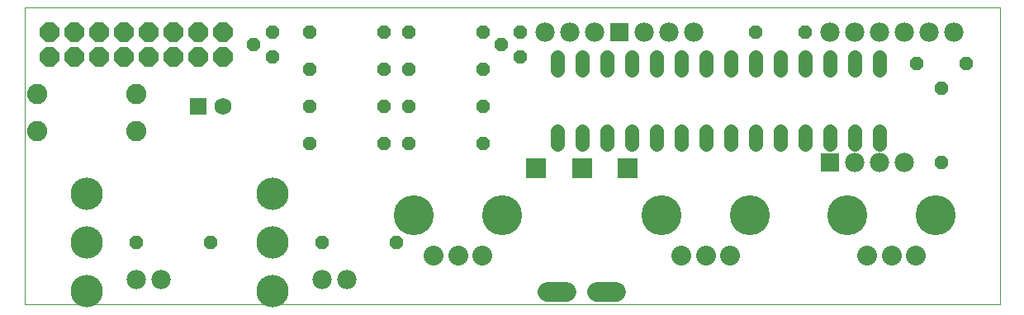
<source format=gbs>
G75*
G70*
%OFA0B0*%
%FSLAX24Y24*%
%IPPOS*%
%LPD*%
%AMOC8*
5,1,8,0,0,1.08239X$1,22.5*
%
%ADD10C,0.0000*%
%ADD11C,0.0560*%
%ADD12C,0.0780*%
%ADD13OC8,0.0560*%
%ADD14C,0.0820*%
%ADD15C,0.0690*%
%ADD16R,0.0690X0.0690*%
%ADD17C,0.1306*%
%ADD18C,0.0800*%
%ADD19C,0.1615*%
%ADD20OC8,0.0780*%
%ADD21R,0.0780X0.0780*%
%ADD22R,0.0808X0.0808*%
%ADD23C,0.0808*%
D10*
X000300Y006368D02*
X000300Y018368D01*
X039670Y018368D01*
X039670Y006368D01*
X000300Y006368D01*
D11*
X021800Y012858D02*
X021800Y013378D01*
X022800Y013378D02*
X022800Y012858D01*
X023800Y012858D02*
X023800Y013378D01*
X024800Y013378D02*
X024800Y012858D01*
X025800Y012858D02*
X025800Y013378D01*
X026800Y013378D02*
X026800Y012858D01*
X027800Y012858D02*
X027800Y013378D01*
X028800Y013378D02*
X028800Y012858D01*
X029800Y012858D02*
X029800Y013378D01*
X030800Y013378D02*
X030800Y012858D01*
X031800Y012858D02*
X031800Y013378D01*
X032800Y013378D02*
X032800Y012858D01*
X033800Y012858D02*
X033800Y013378D01*
X034800Y013378D02*
X034800Y012858D01*
X034800Y015858D02*
X034800Y016378D01*
X033800Y016378D02*
X033800Y015858D01*
X032800Y015858D02*
X032800Y016378D01*
X031800Y016378D02*
X031800Y015858D01*
X030800Y015858D02*
X030800Y016378D01*
X029800Y016378D02*
X029800Y015858D01*
X028800Y015858D02*
X028800Y016378D01*
X027800Y016378D02*
X027800Y015858D01*
X026800Y015858D02*
X026800Y016378D01*
X025800Y016378D02*
X025800Y015858D01*
X024800Y015858D02*
X024800Y016378D01*
X023800Y016378D02*
X023800Y015858D01*
X022800Y015858D02*
X022800Y016378D01*
X021800Y016378D02*
X021800Y015858D01*
D12*
X021300Y017368D03*
X022300Y017368D03*
X023300Y017368D03*
X025300Y017368D03*
X026300Y017368D03*
X027300Y017368D03*
X032800Y017368D03*
X033800Y017368D03*
X034800Y017368D03*
X035800Y017368D03*
X036800Y017368D03*
X037800Y017368D03*
X035800Y012118D03*
X034800Y012118D03*
X033800Y012118D03*
X013300Y007368D03*
X012300Y007368D03*
X005800Y007368D03*
X004800Y007368D03*
D13*
X004800Y008868D03*
X007800Y008868D03*
X012300Y008868D03*
X015300Y008868D03*
X014800Y012868D03*
X015800Y012868D03*
X015800Y014368D03*
X014800Y014368D03*
X011800Y014368D03*
X011800Y012868D03*
X011800Y015868D03*
X010300Y016368D03*
X009550Y016868D03*
X010300Y017368D03*
X011800Y017368D03*
X014800Y017368D03*
X015800Y017368D03*
X015800Y015868D03*
X014800Y015868D03*
X018800Y015868D03*
X019550Y016868D03*
X020300Y016368D03*
X020300Y017368D03*
X018800Y017368D03*
X018800Y014368D03*
X018800Y012868D03*
X029800Y017368D03*
X031800Y017368D03*
X036300Y016118D03*
X037300Y015118D03*
X038300Y016118D03*
X037300Y012118D03*
D14*
X004800Y013368D03*
X004800Y014868D03*
X000800Y014868D03*
X000800Y013368D03*
D15*
X008300Y014368D03*
D16*
X007300Y014368D03*
D17*
X010300Y010836D03*
X010300Y008868D03*
X010300Y006899D03*
X002800Y006899D03*
X002800Y008868D03*
X002800Y010836D03*
D18*
X016816Y008353D03*
X017800Y008353D03*
X018784Y008353D03*
X026816Y008353D03*
X027800Y008353D03*
X028784Y008353D03*
X034316Y008353D03*
X035300Y008353D03*
X036284Y008353D03*
D19*
X037072Y009968D03*
X033528Y009968D03*
X029572Y009968D03*
X026028Y009968D03*
X019572Y009968D03*
X016028Y009968D03*
D20*
X008300Y016368D03*
X007300Y016368D03*
X006300Y016368D03*
X005300Y016368D03*
X004300Y016368D03*
X003300Y016368D03*
X002300Y016368D03*
X001300Y016368D03*
X001300Y017368D03*
X002300Y017368D03*
X003300Y017368D03*
X004300Y017368D03*
X005300Y017368D03*
X006300Y017368D03*
X007300Y017368D03*
X008300Y017368D03*
D21*
X024300Y017368D03*
X032800Y012118D03*
D22*
X024650Y011868D03*
X022800Y011868D03*
X020950Y011868D03*
D23*
X021416Y006868D02*
X022184Y006868D01*
X023416Y006868D02*
X024184Y006868D01*
M02*

</source>
